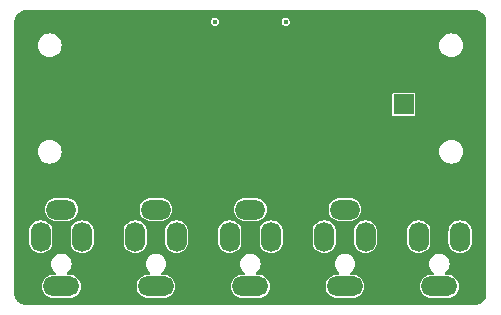
<source format=gbr>
%TF.GenerationSoftware,KiCad,Pcbnew,7.0.10-7.0.10~ubuntu22.04.1*%
%TF.CreationDate,2024-01-02T13:17:28+00:00*%
%TF.ProjectId,JACK_CONN,4a41434b-5f43-44f4-9e4e-2e6b69636164,rev?*%
%TF.SameCoordinates,Original*%
%TF.FileFunction,Copper,L2,Inr*%
%TF.FilePolarity,Positive*%
%FSLAX46Y46*%
G04 Gerber Fmt 4.6, Leading zero omitted, Abs format (unit mm)*
G04 Created by KiCad (PCBNEW 7.0.10-7.0.10~ubuntu22.04.1) date 2024-01-02 13:17:28*
%MOMM*%
%LPD*%
G01*
G04 APERTURE LIST*
G04 Aperture macros list*
%AMRoundRect*
0 Rectangle with rounded corners*
0 $1 Rounding radius*
0 $2 $3 $4 $5 $6 $7 $8 $9 X,Y pos of 4 corners*
0 Add a 4 corners polygon primitive as box body*
4,1,4,$2,$3,$4,$5,$6,$7,$8,$9,$2,$3,0*
0 Add four circle primitives for the rounded corners*
1,1,$1+$1,$2,$3*
1,1,$1+$1,$4,$5*
1,1,$1+$1,$6,$7*
1,1,$1+$1,$8,$9*
0 Add four rect primitives between the rounded corners*
20,1,$1+$1,$2,$3,$4,$5,0*
20,1,$1+$1,$4,$5,$6,$7,0*
20,1,$1+$1,$6,$7,$8,$9,0*
20,1,$1+$1,$8,$9,$2,$3,0*%
G04 Aperture macros list end*
%TA.AperFunction,ComponentPad*%
%ADD10RoundRect,0.800000X0.050000X0.450000X-0.050000X0.450000X-0.050000X-0.450000X0.050000X-0.450000X0*%
%TD*%
%TA.AperFunction,ComponentPad*%
%ADD11RoundRect,0.800000X-0.450000X0.050000X-0.450000X-0.050000X0.450000X-0.050000X0.450000X0.050000X0*%
%TD*%
%TA.AperFunction,ComponentPad*%
%ADD12RoundRect,0.800000X-0.700000X0.050000X-0.700000X-0.050000X0.700000X-0.050000X0.700000X0.050000X0*%
%TD*%
%TA.AperFunction,ComponentPad*%
%ADD13R,1.700000X1.700000*%
%TD*%
%TA.AperFunction,ViaPad*%
%ADD14C,0.400000*%
%TD*%
G04 APERTURE END LIST*
D10*
%TO.N,/in2*%
%TO.C,J9*%
X82250000Y-141200000D03*
D11*
%TO.N,/in1*%
X84000000Y-138900000D03*
D10*
%TO.N,/in2*%
X85750000Y-141200000D03*
D12*
%TO.N,unconnected-(J9-S-Pad6)*%
X84000000Y-145400000D03*
%TD*%
D13*
%TO.N,/GND*%
%TO.C,J14*%
X117000000Y-130000000D03*
%TD*%
D10*
%TO.N,/in8*%
%TO.C,J12*%
X106250000Y-141200000D03*
D11*
%TO.N,/in7*%
X108000000Y-138900000D03*
D10*
%TO.N,/in8*%
X109750000Y-141200000D03*
D12*
%TO.N,unconnected-(J12-S-Pad6)*%
X108000000Y-145400000D03*
%TD*%
D10*
%TO.N,/REF*%
%TO.C,J13*%
X114250000Y-141200000D03*
D11*
%TO.N,/GND*%
X116000000Y-138900000D03*
D10*
%TO.N,/REF*%
X117750000Y-141200000D03*
D12*
%TO.N,unconnected-(J13-S-Pad6)*%
X116000000Y-145400000D03*
%TD*%
D10*
%TO.N,/in4*%
%TO.C,J10*%
X90250000Y-141200000D03*
D11*
%TO.N,/in3*%
X92000000Y-138900000D03*
D10*
%TO.N,/in4*%
X93750000Y-141200000D03*
D12*
%TO.N,unconnected-(J10-S-Pad6)*%
X92000000Y-145400000D03*
%TD*%
D13*
%TO.N,/REF*%
%TO.C,J15*%
X113000000Y-130000000D03*
%TD*%
D10*
%TO.N,/in6*%
%TO.C,J11*%
X98250000Y-141200000D03*
D11*
%TO.N,/in5*%
X100000000Y-138900000D03*
D10*
%TO.N,/in6*%
X101750000Y-141200000D03*
D12*
%TO.N,unconnected-(J11-S-Pad6)*%
X100000000Y-145400000D03*
%TD*%
D14*
%TO.N,/in3*%
X97000000Y-123000000D03*
%TO.N,/in5*%
X103000000Y-123000000D03*
%TD*%
%TA.AperFunction,Conductor*%
%TO.N,/GND*%
G36*
X118979744Y-122010501D02*
G01*
X118994588Y-122010501D01*
X119005395Y-122010973D01*
X119035538Y-122013610D01*
X119161019Y-122024588D01*
X119182297Y-122028339D01*
X119327951Y-122067367D01*
X119348261Y-122074760D01*
X119484915Y-122138483D01*
X119503633Y-122149290D01*
X119627154Y-122235780D01*
X119643712Y-122249674D01*
X119750325Y-122356287D01*
X119764219Y-122372845D01*
X119850709Y-122496366D01*
X119861516Y-122515084D01*
X119925239Y-122651738D01*
X119932632Y-122672049D01*
X119971658Y-122817696D01*
X119975411Y-122838982D01*
X119989027Y-122994604D01*
X119989499Y-123005412D01*
X119989499Y-145994581D01*
X119989027Y-146005387D01*
X119975413Y-146161010D01*
X119971660Y-146182297D01*
X119932635Y-146327945D01*
X119925243Y-146348254D01*
X119887738Y-146428688D01*
X119861521Y-146484911D01*
X119850713Y-146503630D01*
X119764228Y-146627145D01*
X119750335Y-146643703D01*
X119643710Y-146750329D01*
X119627152Y-146764223D01*
X119503642Y-146850706D01*
X119484923Y-146861513D01*
X119348267Y-146925237D01*
X119327957Y-146932630D01*
X119182304Y-146971659D01*
X119161017Y-146975412D01*
X119005479Y-146989021D01*
X118994671Y-146989493D01*
X81005409Y-146989497D01*
X80994602Y-146989025D01*
X80838983Y-146975411D01*
X80817696Y-146971658D01*
X80672049Y-146932632D01*
X80651738Y-146925239D01*
X80515085Y-146861516D01*
X80496367Y-146850709D01*
X80372849Y-146764222D01*
X80356291Y-146750328D01*
X80249671Y-146643708D01*
X80235777Y-146627150D01*
X80149290Y-146503633D01*
X80138483Y-146484915D01*
X80112264Y-146428688D01*
X80074758Y-146348256D01*
X80067370Y-146327959D01*
X80028340Y-146182297D01*
X80024588Y-146161015D01*
X80010973Y-146005395D01*
X80010501Y-145994588D01*
X80010501Y-145982157D01*
X80010500Y-145982147D01*
X80010500Y-145514921D01*
X82372500Y-145514921D01*
X82378872Y-145595890D01*
X82378873Y-145595892D01*
X82429334Y-145784217D01*
X82517848Y-145957935D01*
X82517850Y-145957938D01*
X82517851Y-145957939D01*
X82537463Y-145982157D01*
X82640546Y-146109454D01*
X82792065Y-146232152D01*
X82965783Y-146320666D01*
X83154108Y-146371127D01*
X83235084Y-146377500D01*
X83235092Y-146377500D01*
X84764908Y-146377500D01*
X84764916Y-146377500D01*
X84845892Y-146371127D01*
X85034217Y-146320666D01*
X85207935Y-146232152D01*
X85359454Y-146109454D01*
X85482152Y-145957935D01*
X85570666Y-145784217D01*
X85621127Y-145595892D01*
X85627500Y-145514921D01*
X90372500Y-145514921D01*
X90378872Y-145595890D01*
X90378873Y-145595892D01*
X90429334Y-145784217D01*
X90517848Y-145957935D01*
X90517850Y-145957938D01*
X90517851Y-145957939D01*
X90537463Y-145982157D01*
X90640546Y-146109454D01*
X90792065Y-146232152D01*
X90965783Y-146320666D01*
X91154108Y-146371127D01*
X91235084Y-146377500D01*
X91235092Y-146377500D01*
X92764908Y-146377500D01*
X92764916Y-146377500D01*
X92845892Y-146371127D01*
X93034217Y-146320666D01*
X93207935Y-146232152D01*
X93359454Y-146109454D01*
X93482152Y-145957935D01*
X93570666Y-145784217D01*
X93621127Y-145595892D01*
X93627500Y-145514921D01*
X98372500Y-145514921D01*
X98378872Y-145595890D01*
X98378873Y-145595892D01*
X98429334Y-145784217D01*
X98517848Y-145957935D01*
X98517850Y-145957938D01*
X98517851Y-145957939D01*
X98537463Y-145982157D01*
X98640546Y-146109454D01*
X98792065Y-146232152D01*
X98965783Y-146320666D01*
X99154108Y-146371127D01*
X99235084Y-146377500D01*
X99235092Y-146377500D01*
X100764908Y-146377500D01*
X100764916Y-146377500D01*
X100845892Y-146371127D01*
X101034217Y-146320666D01*
X101207935Y-146232152D01*
X101359454Y-146109454D01*
X101482152Y-145957935D01*
X101570666Y-145784217D01*
X101621127Y-145595892D01*
X101627500Y-145514921D01*
X106372500Y-145514921D01*
X106378872Y-145595890D01*
X106378873Y-145595892D01*
X106429334Y-145784217D01*
X106517848Y-145957935D01*
X106517850Y-145957938D01*
X106517851Y-145957939D01*
X106537463Y-145982157D01*
X106640546Y-146109454D01*
X106792065Y-146232152D01*
X106965783Y-146320666D01*
X107154108Y-146371127D01*
X107235084Y-146377500D01*
X107235092Y-146377500D01*
X108764908Y-146377500D01*
X108764916Y-146377500D01*
X108845892Y-146371127D01*
X109034217Y-146320666D01*
X109207935Y-146232152D01*
X109359454Y-146109454D01*
X109482152Y-145957935D01*
X109570666Y-145784217D01*
X109621127Y-145595892D01*
X109627500Y-145514921D01*
X114372500Y-145514921D01*
X114378872Y-145595890D01*
X114378873Y-145595892D01*
X114429334Y-145784217D01*
X114517848Y-145957935D01*
X114517850Y-145957938D01*
X114517851Y-145957939D01*
X114537463Y-145982157D01*
X114640546Y-146109454D01*
X114792065Y-146232152D01*
X114965783Y-146320666D01*
X115154108Y-146371127D01*
X115235084Y-146377500D01*
X115235092Y-146377500D01*
X116764908Y-146377500D01*
X116764916Y-146377500D01*
X116845892Y-146371127D01*
X117034217Y-146320666D01*
X117207935Y-146232152D01*
X117359454Y-146109454D01*
X117482152Y-145957935D01*
X117570666Y-145784217D01*
X117621127Y-145595892D01*
X117627500Y-145514916D01*
X117627500Y-145285084D01*
X117621127Y-145204108D01*
X117570666Y-145015783D01*
X117482152Y-144842065D01*
X117359454Y-144690546D01*
X117207935Y-144567848D01*
X117034217Y-144479334D01*
X117034214Y-144479333D01*
X116845890Y-144428872D01*
X116764921Y-144422500D01*
X116764916Y-144422500D01*
X116575891Y-144422500D01*
X116508852Y-144402815D01*
X116463097Y-144350011D01*
X116453153Y-144280853D01*
X116482178Y-144217297D01*
X116503006Y-144198182D01*
X116511315Y-144192144D01*
X116578959Y-144142999D01*
X116656666Y-144056695D01*
X116699990Y-144008580D01*
X116699995Y-144008573D01*
X116708729Y-143993446D01*
X116790436Y-143851925D01*
X116846332Y-143679894D01*
X116865240Y-143500000D01*
X116846332Y-143320106D01*
X116790436Y-143148075D01*
X116699994Y-142991425D01*
X116699990Y-142991419D01*
X116578959Y-142857001D01*
X116578957Y-142856999D01*
X116432621Y-142750680D01*
X116432620Y-142750679D01*
X116308901Y-142695597D01*
X116267374Y-142677108D01*
X116267372Y-142677107D01*
X116138200Y-142649651D01*
X116090442Y-142639500D01*
X115909558Y-142639500D01*
X115861799Y-142649651D01*
X115732628Y-142677107D01*
X115567379Y-142750679D01*
X115567378Y-142750680D01*
X115421042Y-142856999D01*
X115421040Y-142857001D01*
X115300009Y-142991419D01*
X115300004Y-142991426D01*
X115209564Y-143148074D01*
X115209561Y-143148080D01*
X115153669Y-143320101D01*
X115153668Y-143320103D01*
X115134760Y-143500000D01*
X115153668Y-143679896D01*
X115153669Y-143679898D01*
X115209561Y-143851919D01*
X115209564Y-143851925D01*
X115300004Y-144008573D01*
X115300009Y-144008580D01*
X115403817Y-144123870D01*
X115421041Y-144142999D01*
X115482012Y-144187297D01*
X115496994Y-144198182D01*
X115539660Y-144253512D01*
X115545639Y-144323125D01*
X115513034Y-144384920D01*
X115452195Y-144419277D01*
X115424109Y-144422500D01*
X115235078Y-144422500D01*
X115154109Y-144428872D01*
X114965785Y-144479333D01*
X114965783Y-144479334D01*
X114792065Y-144567848D01*
X114792063Y-144567849D01*
X114792060Y-144567851D01*
X114640546Y-144690546D01*
X114517851Y-144842060D01*
X114429335Y-145015781D01*
X114429333Y-145015785D01*
X114378872Y-145204109D01*
X114372500Y-145285078D01*
X114372500Y-145514921D01*
X109627500Y-145514921D01*
X109627500Y-145514916D01*
X109627500Y-145285084D01*
X109621127Y-145204108D01*
X109570666Y-145015783D01*
X109482152Y-144842065D01*
X109359454Y-144690546D01*
X109207935Y-144567848D01*
X109034217Y-144479334D01*
X109034214Y-144479333D01*
X108845890Y-144428872D01*
X108764921Y-144422500D01*
X108764916Y-144422500D01*
X108575891Y-144422500D01*
X108508852Y-144402815D01*
X108463097Y-144350011D01*
X108453153Y-144280853D01*
X108482178Y-144217297D01*
X108503006Y-144198182D01*
X108511315Y-144192144D01*
X108578959Y-144142999D01*
X108656666Y-144056695D01*
X108699990Y-144008580D01*
X108699995Y-144008573D01*
X108708729Y-143993446D01*
X108790436Y-143851925D01*
X108846332Y-143679894D01*
X108865240Y-143500000D01*
X108846332Y-143320106D01*
X108790436Y-143148075D01*
X108699994Y-142991425D01*
X108699990Y-142991419D01*
X108578959Y-142857001D01*
X108578957Y-142856999D01*
X108432621Y-142750680D01*
X108432620Y-142750679D01*
X108308901Y-142695597D01*
X108267374Y-142677108D01*
X108267372Y-142677107D01*
X108138200Y-142649651D01*
X108090442Y-142639500D01*
X107909558Y-142639500D01*
X107861799Y-142649651D01*
X107732628Y-142677107D01*
X107567379Y-142750679D01*
X107567378Y-142750680D01*
X107421042Y-142856999D01*
X107421040Y-142857001D01*
X107300009Y-142991419D01*
X107300004Y-142991426D01*
X107209564Y-143148074D01*
X107209561Y-143148080D01*
X107153669Y-143320101D01*
X107153668Y-143320103D01*
X107134760Y-143500000D01*
X107153668Y-143679896D01*
X107153669Y-143679898D01*
X107209561Y-143851919D01*
X107209564Y-143851925D01*
X107300004Y-144008573D01*
X107300009Y-144008580D01*
X107403817Y-144123870D01*
X107421041Y-144142999D01*
X107482012Y-144187297D01*
X107496994Y-144198182D01*
X107539660Y-144253512D01*
X107545639Y-144323125D01*
X107513034Y-144384920D01*
X107452195Y-144419277D01*
X107424109Y-144422500D01*
X107235078Y-144422500D01*
X107154109Y-144428872D01*
X106965785Y-144479333D01*
X106965783Y-144479334D01*
X106792065Y-144567848D01*
X106792063Y-144567849D01*
X106792060Y-144567851D01*
X106640546Y-144690546D01*
X106517851Y-144842060D01*
X106429335Y-145015781D01*
X106429333Y-145015785D01*
X106378872Y-145204109D01*
X106372500Y-145285078D01*
X106372500Y-145514921D01*
X101627500Y-145514921D01*
X101627500Y-145514916D01*
X101627500Y-145285084D01*
X101621127Y-145204108D01*
X101570666Y-145015783D01*
X101482152Y-144842065D01*
X101359454Y-144690546D01*
X101207935Y-144567848D01*
X101034217Y-144479334D01*
X101034214Y-144479333D01*
X100845890Y-144428872D01*
X100764921Y-144422500D01*
X100764916Y-144422500D01*
X100575891Y-144422500D01*
X100508852Y-144402815D01*
X100463097Y-144350011D01*
X100453153Y-144280853D01*
X100482178Y-144217297D01*
X100503006Y-144198182D01*
X100511315Y-144192144D01*
X100578959Y-144142999D01*
X100656666Y-144056695D01*
X100699990Y-144008580D01*
X100699995Y-144008573D01*
X100708729Y-143993446D01*
X100790436Y-143851925D01*
X100846332Y-143679894D01*
X100865240Y-143500000D01*
X100846332Y-143320106D01*
X100790436Y-143148075D01*
X100699994Y-142991425D01*
X100699990Y-142991419D01*
X100578959Y-142857001D01*
X100578957Y-142856999D01*
X100432621Y-142750680D01*
X100432620Y-142750679D01*
X100308901Y-142695597D01*
X100267374Y-142677108D01*
X100267372Y-142677107D01*
X100138200Y-142649651D01*
X100090442Y-142639500D01*
X99909558Y-142639500D01*
X99861799Y-142649651D01*
X99732628Y-142677107D01*
X99567379Y-142750679D01*
X99567378Y-142750680D01*
X99421042Y-142856999D01*
X99421040Y-142857001D01*
X99300009Y-142991419D01*
X99300004Y-142991426D01*
X99209564Y-143148074D01*
X99209561Y-143148080D01*
X99153669Y-143320101D01*
X99153668Y-143320103D01*
X99134760Y-143500000D01*
X99153668Y-143679896D01*
X99153669Y-143679898D01*
X99209561Y-143851919D01*
X99209564Y-143851925D01*
X99300004Y-144008573D01*
X99300009Y-144008580D01*
X99403817Y-144123870D01*
X99421041Y-144142999D01*
X99482012Y-144187297D01*
X99496994Y-144198182D01*
X99539660Y-144253512D01*
X99545639Y-144323125D01*
X99513034Y-144384920D01*
X99452195Y-144419277D01*
X99424109Y-144422500D01*
X99235078Y-144422500D01*
X99154109Y-144428872D01*
X98965785Y-144479333D01*
X98965783Y-144479334D01*
X98792065Y-144567848D01*
X98792063Y-144567849D01*
X98792060Y-144567851D01*
X98640546Y-144690546D01*
X98517851Y-144842060D01*
X98429335Y-145015781D01*
X98429333Y-145015785D01*
X98378872Y-145204109D01*
X98372500Y-145285078D01*
X98372500Y-145514921D01*
X93627500Y-145514921D01*
X93627500Y-145514916D01*
X93627500Y-145285084D01*
X93621127Y-145204108D01*
X93570666Y-145015783D01*
X93482152Y-144842065D01*
X93359454Y-144690546D01*
X93207935Y-144567848D01*
X93034217Y-144479334D01*
X93034214Y-144479333D01*
X92845890Y-144428872D01*
X92764921Y-144422500D01*
X92764916Y-144422500D01*
X92575891Y-144422500D01*
X92508852Y-144402815D01*
X92463097Y-144350011D01*
X92453153Y-144280853D01*
X92482178Y-144217297D01*
X92503006Y-144198182D01*
X92511315Y-144192144D01*
X92578959Y-144142999D01*
X92656666Y-144056695D01*
X92699990Y-144008580D01*
X92699995Y-144008573D01*
X92708729Y-143993446D01*
X92790436Y-143851925D01*
X92846332Y-143679894D01*
X92865240Y-143500000D01*
X92846332Y-143320106D01*
X92790436Y-143148075D01*
X92699994Y-142991425D01*
X92699990Y-142991419D01*
X92578959Y-142857001D01*
X92578957Y-142856999D01*
X92432621Y-142750680D01*
X92432620Y-142750679D01*
X92308901Y-142695597D01*
X92267374Y-142677108D01*
X92267372Y-142677107D01*
X92138200Y-142649651D01*
X92090442Y-142639500D01*
X91909558Y-142639500D01*
X91861799Y-142649651D01*
X91732628Y-142677107D01*
X91567379Y-142750679D01*
X91567378Y-142750680D01*
X91421042Y-142856999D01*
X91421040Y-142857001D01*
X91300009Y-142991419D01*
X91300004Y-142991426D01*
X91209564Y-143148074D01*
X91209561Y-143148080D01*
X91153669Y-143320101D01*
X91153668Y-143320103D01*
X91134760Y-143500000D01*
X91153668Y-143679896D01*
X91153669Y-143679898D01*
X91209561Y-143851919D01*
X91209564Y-143851925D01*
X91300004Y-144008573D01*
X91300009Y-144008580D01*
X91403817Y-144123870D01*
X91421041Y-144142999D01*
X91482012Y-144187297D01*
X91496994Y-144198182D01*
X91539660Y-144253512D01*
X91545639Y-144323125D01*
X91513034Y-144384920D01*
X91452195Y-144419277D01*
X91424109Y-144422500D01*
X91235078Y-144422500D01*
X91154109Y-144428872D01*
X90965785Y-144479333D01*
X90965783Y-144479334D01*
X90792065Y-144567848D01*
X90792063Y-144567849D01*
X90792060Y-144567851D01*
X90640546Y-144690546D01*
X90517851Y-144842060D01*
X90429335Y-145015781D01*
X90429333Y-145015785D01*
X90378872Y-145204109D01*
X90372500Y-145285078D01*
X90372500Y-145514921D01*
X85627500Y-145514921D01*
X85627500Y-145514916D01*
X85627500Y-145285084D01*
X85621127Y-145204108D01*
X85570666Y-145015783D01*
X85482152Y-144842065D01*
X85359454Y-144690546D01*
X85207935Y-144567848D01*
X85034217Y-144479334D01*
X85034214Y-144479333D01*
X84845890Y-144428872D01*
X84764921Y-144422500D01*
X84764916Y-144422500D01*
X84575891Y-144422500D01*
X84508852Y-144402815D01*
X84463097Y-144350011D01*
X84453153Y-144280853D01*
X84482178Y-144217297D01*
X84503006Y-144198182D01*
X84511315Y-144192144D01*
X84578959Y-144142999D01*
X84656666Y-144056695D01*
X84699990Y-144008580D01*
X84699995Y-144008573D01*
X84708729Y-143993446D01*
X84790436Y-143851925D01*
X84846332Y-143679894D01*
X84865240Y-143500000D01*
X84846332Y-143320106D01*
X84790436Y-143148075D01*
X84699994Y-142991425D01*
X84699990Y-142991419D01*
X84578959Y-142857001D01*
X84578957Y-142856999D01*
X84432621Y-142750680D01*
X84432620Y-142750679D01*
X84308901Y-142695597D01*
X84267374Y-142677108D01*
X84267372Y-142677107D01*
X84138200Y-142649651D01*
X84090442Y-142639500D01*
X83909558Y-142639500D01*
X83861799Y-142649651D01*
X83732628Y-142677107D01*
X83567379Y-142750679D01*
X83567378Y-142750680D01*
X83421042Y-142856999D01*
X83421040Y-142857001D01*
X83300009Y-142991419D01*
X83300004Y-142991426D01*
X83209564Y-143148074D01*
X83209561Y-143148080D01*
X83153669Y-143320101D01*
X83153668Y-143320103D01*
X83134760Y-143500000D01*
X83153668Y-143679896D01*
X83153669Y-143679898D01*
X83209561Y-143851919D01*
X83209564Y-143851925D01*
X83300004Y-144008573D01*
X83300009Y-144008580D01*
X83403817Y-144123870D01*
X83421041Y-144142999D01*
X83482012Y-144187297D01*
X83496994Y-144198182D01*
X83539660Y-144253512D01*
X83545639Y-144323125D01*
X83513034Y-144384920D01*
X83452195Y-144419277D01*
X83424109Y-144422500D01*
X83235078Y-144422500D01*
X83154109Y-144428872D01*
X82965785Y-144479333D01*
X82965783Y-144479334D01*
X82792065Y-144567848D01*
X82792063Y-144567849D01*
X82792060Y-144567851D01*
X82640546Y-144690546D01*
X82517851Y-144842060D01*
X82429335Y-145015781D01*
X82429333Y-145015785D01*
X82378872Y-145204109D01*
X82372500Y-145285078D01*
X82372500Y-145514921D01*
X80010500Y-145514921D01*
X80010500Y-141714921D01*
X81272500Y-141714921D01*
X81278872Y-141795890D01*
X81278873Y-141795892D01*
X81329334Y-141984217D01*
X81417848Y-142157935D01*
X81540546Y-142309454D01*
X81692065Y-142432152D01*
X81865783Y-142520666D01*
X82054108Y-142571127D01*
X82135084Y-142577500D01*
X82135092Y-142577500D01*
X82364908Y-142577500D01*
X82364916Y-142577500D01*
X82445892Y-142571127D01*
X82634217Y-142520666D01*
X82807935Y-142432152D01*
X82959454Y-142309454D01*
X83082152Y-142157935D01*
X83170666Y-141984217D01*
X83221127Y-141795892D01*
X83227500Y-141714921D01*
X84772500Y-141714921D01*
X84778872Y-141795890D01*
X84778873Y-141795892D01*
X84829334Y-141984217D01*
X84917848Y-142157935D01*
X85040546Y-142309454D01*
X85192065Y-142432152D01*
X85365783Y-142520666D01*
X85554108Y-142571127D01*
X85635084Y-142577500D01*
X85635092Y-142577500D01*
X85864908Y-142577500D01*
X85864916Y-142577500D01*
X85945892Y-142571127D01*
X86134217Y-142520666D01*
X86307935Y-142432152D01*
X86459454Y-142309454D01*
X86582152Y-142157935D01*
X86670666Y-141984217D01*
X86721127Y-141795892D01*
X86727500Y-141714921D01*
X89272500Y-141714921D01*
X89278872Y-141795890D01*
X89278873Y-141795892D01*
X89329334Y-141984217D01*
X89417848Y-142157935D01*
X89540546Y-142309454D01*
X89692065Y-142432152D01*
X89865783Y-142520666D01*
X90054108Y-142571127D01*
X90135084Y-142577500D01*
X90135092Y-142577500D01*
X90364908Y-142577500D01*
X90364916Y-142577500D01*
X90445892Y-142571127D01*
X90634217Y-142520666D01*
X90807935Y-142432152D01*
X90959454Y-142309454D01*
X91082152Y-142157935D01*
X91170666Y-141984217D01*
X91221127Y-141795892D01*
X91227500Y-141714921D01*
X92772500Y-141714921D01*
X92778872Y-141795890D01*
X92778873Y-141795892D01*
X92829334Y-141984217D01*
X92917848Y-142157935D01*
X93040546Y-142309454D01*
X93192065Y-142432152D01*
X93365783Y-142520666D01*
X93554108Y-142571127D01*
X93635084Y-142577500D01*
X93635092Y-142577500D01*
X93864908Y-142577500D01*
X93864916Y-142577500D01*
X93945892Y-142571127D01*
X94134217Y-142520666D01*
X94307935Y-142432152D01*
X94459454Y-142309454D01*
X94582152Y-142157935D01*
X94670666Y-141984217D01*
X94721127Y-141795892D01*
X94727500Y-141714921D01*
X97272500Y-141714921D01*
X97278872Y-141795890D01*
X97278873Y-141795892D01*
X97329334Y-141984217D01*
X97417848Y-142157935D01*
X97540546Y-142309454D01*
X97692065Y-142432152D01*
X97865783Y-142520666D01*
X98054108Y-142571127D01*
X98135084Y-142577500D01*
X98135092Y-142577500D01*
X98364908Y-142577500D01*
X98364916Y-142577500D01*
X98445892Y-142571127D01*
X98634217Y-142520666D01*
X98807935Y-142432152D01*
X98959454Y-142309454D01*
X99082152Y-142157935D01*
X99170666Y-141984217D01*
X99221127Y-141795892D01*
X99227500Y-141714921D01*
X100772500Y-141714921D01*
X100778872Y-141795890D01*
X100778873Y-141795892D01*
X100829334Y-141984217D01*
X100917848Y-142157935D01*
X101040546Y-142309454D01*
X101192065Y-142432152D01*
X101365783Y-142520666D01*
X101554108Y-142571127D01*
X101635084Y-142577500D01*
X101635092Y-142577500D01*
X101864908Y-142577500D01*
X101864916Y-142577500D01*
X101945892Y-142571127D01*
X102134217Y-142520666D01*
X102307935Y-142432152D01*
X102459454Y-142309454D01*
X102582152Y-142157935D01*
X102670666Y-141984217D01*
X102721127Y-141795892D01*
X102727500Y-141714921D01*
X105272500Y-141714921D01*
X105278872Y-141795890D01*
X105278873Y-141795892D01*
X105329334Y-141984217D01*
X105417848Y-142157935D01*
X105540546Y-142309454D01*
X105692065Y-142432152D01*
X105865783Y-142520666D01*
X106054108Y-142571127D01*
X106135084Y-142577500D01*
X106135092Y-142577500D01*
X106364908Y-142577500D01*
X106364916Y-142577500D01*
X106445892Y-142571127D01*
X106634217Y-142520666D01*
X106807935Y-142432152D01*
X106959454Y-142309454D01*
X107082152Y-142157935D01*
X107170666Y-141984217D01*
X107221127Y-141795892D01*
X107227500Y-141714921D01*
X108772500Y-141714921D01*
X108778872Y-141795890D01*
X108778873Y-141795892D01*
X108829334Y-141984217D01*
X108917848Y-142157935D01*
X109040546Y-142309454D01*
X109192065Y-142432152D01*
X109365783Y-142520666D01*
X109554108Y-142571127D01*
X109635084Y-142577500D01*
X109635092Y-142577500D01*
X109864908Y-142577500D01*
X109864916Y-142577500D01*
X109945892Y-142571127D01*
X110134217Y-142520666D01*
X110307935Y-142432152D01*
X110459454Y-142309454D01*
X110582152Y-142157935D01*
X110670666Y-141984217D01*
X110721127Y-141795892D01*
X110727500Y-141714921D01*
X113272500Y-141714921D01*
X113278872Y-141795890D01*
X113278873Y-141795892D01*
X113329334Y-141984217D01*
X113417848Y-142157935D01*
X113540546Y-142309454D01*
X113692065Y-142432152D01*
X113865783Y-142520666D01*
X114054108Y-142571127D01*
X114135084Y-142577500D01*
X114135092Y-142577500D01*
X114364908Y-142577500D01*
X114364916Y-142577500D01*
X114445892Y-142571127D01*
X114634217Y-142520666D01*
X114807935Y-142432152D01*
X114959454Y-142309454D01*
X115082152Y-142157935D01*
X115170666Y-141984217D01*
X115221127Y-141795892D01*
X115227500Y-141714921D01*
X116772500Y-141714921D01*
X116778872Y-141795890D01*
X116778873Y-141795892D01*
X116829334Y-141984217D01*
X116917848Y-142157935D01*
X117040546Y-142309454D01*
X117192065Y-142432152D01*
X117365783Y-142520666D01*
X117554108Y-142571127D01*
X117635084Y-142577500D01*
X117635092Y-142577500D01*
X117864908Y-142577500D01*
X117864916Y-142577500D01*
X117945892Y-142571127D01*
X118134217Y-142520666D01*
X118307935Y-142432152D01*
X118459454Y-142309454D01*
X118582152Y-142157935D01*
X118670666Y-141984217D01*
X118721127Y-141795892D01*
X118727500Y-141714916D01*
X118727500Y-140685084D01*
X118721127Y-140604108D01*
X118670666Y-140415783D01*
X118582152Y-140242065D01*
X118459454Y-140090546D01*
X118307935Y-139967848D01*
X118134217Y-139879334D01*
X118134214Y-139879333D01*
X117945890Y-139828872D01*
X117864921Y-139822500D01*
X117864916Y-139822500D01*
X117635084Y-139822500D01*
X117635078Y-139822500D01*
X117554109Y-139828872D01*
X117365785Y-139879333D01*
X117365783Y-139879334D01*
X117192065Y-139967848D01*
X117192063Y-139967849D01*
X117192060Y-139967851D01*
X117040546Y-140090546D01*
X116917851Y-140242060D01*
X116829335Y-140415781D01*
X116829333Y-140415785D01*
X116778872Y-140604109D01*
X116772500Y-140685078D01*
X116772500Y-141714921D01*
X115227500Y-141714921D01*
X115227500Y-141714916D01*
X115227500Y-140685084D01*
X115221127Y-140604108D01*
X115170666Y-140415783D01*
X115082152Y-140242065D01*
X114959454Y-140090546D01*
X114807935Y-139967848D01*
X114634217Y-139879334D01*
X114634214Y-139879333D01*
X114445890Y-139828872D01*
X114364921Y-139822500D01*
X114364916Y-139822500D01*
X114135084Y-139822500D01*
X114135078Y-139822500D01*
X114054109Y-139828872D01*
X113865785Y-139879333D01*
X113865783Y-139879334D01*
X113692065Y-139967848D01*
X113692063Y-139967849D01*
X113692060Y-139967851D01*
X113540546Y-140090546D01*
X113417851Y-140242060D01*
X113329335Y-140415781D01*
X113329333Y-140415785D01*
X113278872Y-140604109D01*
X113272500Y-140685078D01*
X113272500Y-141714921D01*
X110727500Y-141714921D01*
X110727500Y-141714916D01*
X110727500Y-140685084D01*
X110721127Y-140604108D01*
X110670666Y-140415783D01*
X110582152Y-140242065D01*
X110459454Y-140090546D01*
X110307935Y-139967848D01*
X110134217Y-139879334D01*
X110134214Y-139879333D01*
X109945890Y-139828872D01*
X109864921Y-139822500D01*
X109864916Y-139822500D01*
X109635084Y-139822500D01*
X109635078Y-139822500D01*
X109554109Y-139828872D01*
X109365785Y-139879333D01*
X109365783Y-139879334D01*
X109192065Y-139967848D01*
X109192063Y-139967849D01*
X109192060Y-139967851D01*
X109040546Y-140090546D01*
X108917851Y-140242060D01*
X108829335Y-140415781D01*
X108829333Y-140415785D01*
X108778872Y-140604109D01*
X108772500Y-140685078D01*
X108772500Y-141714921D01*
X107227500Y-141714921D01*
X107227500Y-141714916D01*
X107227500Y-140685084D01*
X107221127Y-140604108D01*
X107170666Y-140415783D01*
X107082152Y-140242065D01*
X106959454Y-140090546D01*
X106807935Y-139967848D01*
X106634217Y-139879334D01*
X106634214Y-139879333D01*
X106445890Y-139828872D01*
X106364921Y-139822500D01*
X106364916Y-139822500D01*
X106135084Y-139822500D01*
X106135078Y-139822500D01*
X106054109Y-139828872D01*
X105865785Y-139879333D01*
X105865783Y-139879334D01*
X105692065Y-139967848D01*
X105692063Y-139967849D01*
X105692060Y-139967851D01*
X105540546Y-140090546D01*
X105417851Y-140242060D01*
X105329335Y-140415781D01*
X105329333Y-140415785D01*
X105278872Y-140604109D01*
X105272500Y-140685078D01*
X105272500Y-141714921D01*
X102727500Y-141714921D01*
X102727500Y-141714916D01*
X102727500Y-140685084D01*
X102721127Y-140604108D01*
X102670666Y-140415783D01*
X102582152Y-140242065D01*
X102459454Y-140090546D01*
X102307935Y-139967848D01*
X102134217Y-139879334D01*
X102134214Y-139879333D01*
X101945890Y-139828872D01*
X101864921Y-139822500D01*
X101864916Y-139822500D01*
X101635084Y-139822500D01*
X101635078Y-139822500D01*
X101554109Y-139828872D01*
X101365785Y-139879333D01*
X101365783Y-139879334D01*
X101192065Y-139967848D01*
X101192063Y-139967849D01*
X101192060Y-139967851D01*
X101040546Y-140090546D01*
X100917851Y-140242060D01*
X100829335Y-140415781D01*
X100829333Y-140415785D01*
X100778872Y-140604109D01*
X100772500Y-140685078D01*
X100772500Y-141714921D01*
X99227500Y-141714921D01*
X99227500Y-141714916D01*
X99227500Y-140685084D01*
X99221127Y-140604108D01*
X99170666Y-140415783D01*
X99082152Y-140242065D01*
X98959454Y-140090546D01*
X98807935Y-139967848D01*
X98634217Y-139879334D01*
X98634214Y-139879333D01*
X98445890Y-139828872D01*
X98364921Y-139822500D01*
X98364916Y-139822500D01*
X98135084Y-139822500D01*
X98135078Y-139822500D01*
X98054109Y-139828872D01*
X97865785Y-139879333D01*
X97865783Y-139879334D01*
X97692065Y-139967848D01*
X97692063Y-139967849D01*
X97692060Y-139967851D01*
X97540546Y-140090546D01*
X97417851Y-140242060D01*
X97329335Y-140415781D01*
X97329333Y-140415785D01*
X97278872Y-140604109D01*
X97272500Y-140685078D01*
X97272500Y-141714921D01*
X94727500Y-141714921D01*
X94727500Y-141714916D01*
X94727500Y-140685084D01*
X94721127Y-140604108D01*
X94670666Y-140415783D01*
X94582152Y-140242065D01*
X94459454Y-140090546D01*
X94307935Y-139967848D01*
X94134217Y-139879334D01*
X94134214Y-139879333D01*
X93945890Y-139828872D01*
X93864921Y-139822500D01*
X93864916Y-139822500D01*
X93635084Y-139822500D01*
X93635078Y-139822500D01*
X93554109Y-139828872D01*
X93365785Y-139879333D01*
X93365783Y-139879334D01*
X93192065Y-139967848D01*
X93192063Y-139967849D01*
X93192060Y-139967851D01*
X93040546Y-140090546D01*
X92917851Y-140242060D01*
X92829335Y-140415781D01*
X92829333Y-140415785D01*
X92778872Y-140604109D01*
X92772500Y-140685078D01*
X92772500Y-141714921D01*
X91227500Y-141714921D01*
X91227500Y-141714916D01*
X91227500Y-140685084D01*
X91221127Y-140604108D01*
X91170666Y-140415783D01*
X91082152Y-140242065D01*
X90959454Y-140090546D01*
X90807935Y-139967848D01*
X90634217Y-139879334D01*
X90634214Y-139879333D01*
X90445890Y-139828872D01*
X90364921Y-139822500D01*
X90364916Y-139822500D01*
X90135084Y-139822500D01*
X90135078Y-139822500D01*
X90054109Y-139828872D01*
X89865785Y-139879333D01*
X89865783Y-139879334D01*
X89692065Y-139967848D01*
X89692063Y-139967849D01*
X89692060Y-139967851D01*
X89540546Y-140090546D01*
X89417851Y-140242060D01*
X89329335Y-140415781D01*
X89329333Y-140415785D01*
X89278872Y-140604109D01*
X89272500Y-140685078D01*
X89272500Y-141714921D01*
X86727500Y-141714921D01*
X86727500Y-141714916D01*
X86727500Y-140685084D01*
X86721127Y-140604108D01*
X86670666Y-140415783D01*
X86582152Y-140242065D01*
X86459454Y-140090546D01*
X86307935Y-139967848D01*
X86134217Y-139879334D01*
X86134214Y-139879333D01*
X85945890Y-139828872D01*
X85864921Y-139822500D01*
X85864916Y-139822500D01*
X85635084Y-139822500D01*
X85635078Y-139822500D01*
X85554109Y-139828872D01*
X85365785Y-139879333D01*
X85365783Y-139879334D01*
X85192065Y-139967848D01*
X85192063Y-139967849D01*
X85192060Y-139967851D01*
X85040546Y-140090546D01*
X84917851Y-140242060D01*
X84829335Y-140415781D01*
X84829333Y-140415785D01*
X84778872Y-140604109D01*
X84772500Y-140685078D01*
X84772500Y-141714921D01*
X83227500Y-141714921D01*
X83227500Y-141714916D01*
X83227500Y-140685084D01*
X83221127Y-140604108D01*
X83170666Y-140415783D01*
X83082152Y-140242065D01*
X82959454Y-140090546D01*
X82807935Y-139967848D01*
X82634217Y-139879334D01*
X82634214Y-139879333D01*
X82445890Y-139828872D01*
X82364921Y-139822500D01*
X82364916Y-139822500D01*
X82135084Y-139822500D01*
X82135078Y-139822500D01*
X82054109Y-139828872D01*
X81865785Y-139879333D01*
X81865783Y-139879334D01*
X81692065Y-139967848D01*
X81692063Y-139967849D01*
X81692060Y-139967851D01*
X81540546Y-140090546D01*
X81417851Y-140242060D01*
X81329335Y-140415781D01*
X81329333Y-140415785D01*
X81278872Y-140604109D01*
X81272500Y-140685078D01*
X81272500Y-141714921D01*
X80010500Y-141714921D01*
X80010500Y-139014921D01*
X82622500Y-139014921D01*
X82628872Y-139095890D01*
X82628873Y-139095892D01*
X82679334Y-139284217D01*
X82767848Y-139457935D01*
X82890546Y-139609454D01*
X83042065Y-139732152D01*
X83215783Y-139820666D01*
X83404108Y-139871127D01*
X83485084Y-139877500D01*
X83485092Y-139877500D01*
X84514908Y-139877500D01*
X84514916Y-139877500D01*
X84595892Y-139871127D01*
X84784217Y-139820666D01*
X84957935Y-139732152D01*
X85109454Y-139609454D01*
X85232152Y-139457935D01*
X85320666Y-139284217D01*
X85371127Y-139095892D01*
X85377500Y-139014921D01*
X90622500Y-139014921D01*
X90628872Y-139095890D01*
X90628873Y-139095892D01*
X90679334Y-139284217D01*
X90767848Y-139457935D01*
X90890546Y-139609454D01*
X91042065Y-139732152D01*
X91215783Y-139820666D01*
X91404108Y-139871127D01*
X91485084Y-139877500D01*
X91485092Y-139877500D01*
X92514908Y-139877500D01*
X92514916Y-139877500D01*
X92595892Y-139871127D01*
X92784217Y-139820666D01*
X92957935Y-139732152D01*
X93109454Y-139609454D01*
X93232152Y-139457935D01*
X93320666Y-139284217D01*
X93371127Y-139095892D01*
X93377500Y-139014921D01*
X98622500Y-139014921D01*
X98628872Y-139095890D01*
X98628873Y-139095892D01*
X98679334Y-139284217D01*
X98767848Y-139457935D01*
X98890546Y-139609454D01*
X99042065Y-139732152D01*
X99215783Y-139820666D01*
X99404108Y-139871127D01*
X99485084Y-139877500D01*
X99485092Y-139877500D01*
X100514908Y-139877500D01*
X100514916Y-139877500D01*
X100595892Y-139871127D01*
X100784217Y-139820666D01*
X100957935Y-139732152D01*
X101109454Y-139609454D01*
X101232152Y-139457935D01*
X101320666Y-139284217D01*
X101371127Y-139095892D01*
X101377500Y-139014921D01*
X106622500Y-139014921D01*
X106628872Y-139095890D01*
X106628873Y-139095892D01*
X106679334Y-139284217D01*
X106767848Y-139457935D01*
X106890546Y-139609454D01*
X107042065Y-139732152D01*
X107215783Y-139820666D01*
X107404108Y-139871127D01*
X107485084Y-139877500D01*
X107485092Y-139877500D01*
X108514908Y-139877500D01*
X108514916Y-139877500D01*
X108595892Y-139871127D01*
X108784217Y-139820666D01*
X108957935Y-139732152D01*
X109109454Y-139609454D01*
X109232152Y-139457935D01*
X109320666Y-139284217D01*
X109371127Y-139095892D01*
X109377500Y-139014916D01*
X109377500Y-138785084D01*
X109371127Y-138704108D01*
X109320666Y-138515783D01*
X109232152Y-138342065D01*
X109109454Y-138190546D01*
X108957935Y-138067848D01*
X108784217Y-137979334D01*
X108784214Y-137979333D01*
X108595890Y-137928872D01*
X108514921Y-137922500D01*
X108514916Y-137922500D01*
X107485084Y-137922500D01*
X107485078Y-137922500D01*
X107404109Y-137928872D01*
X107215785Y-137979333D01*
X107215783Y-137979334D01*
X107042065Y-138067848D01*
X107042063Y-138067849D01*
X107042060Y-138067851D01*
X106890546Y-138190546D01*
X106767851Y-138342060D01*
X106679335Y-138515781D01*
X106679333Y-138515785D01*
X106628872Y-138704109D01*
X106622500Y-138785078D01*
X106622500Y-139014921D01*
X101377500Y-139014921D01*
X101377500Y-139014916D01*
X101377500Y-138785084D01*
X101371127Y-138704108D01*
X101320666Y-138515783D01*
X101232152Y-138342065D01*
X101109454Y-138190546D01*
X100957935Y-138067848D01*
X100784217Y-137979334D01*
X100784214Y-137979333D01*
X100595890Y-137928872D01*
X100514921Y-137922500D01*
X100514916Y-137922500D01*
X99485084Y-137922500D01*
X99485078Y-137922500D01*
X99404109Y-137928872D01*
X99215785Y-137979333D01*
X99215783Y-137979334D01*
X99042065Y-138067848D01*
X99042063Y-138067849D01*
X99042060Y-138067851D01*
X98890546Y-138190546D01*
X98767851Y-138342060D01*
X98679335Y-138515781D01*
X98679333Y-138515785D01*
X98628872Y-138704109D01*
X98622500Y-138785078D01*
X98622500Y-139014921D01*
X93377500Y-139014921D01*
X93377500Y-139014916D01*
X93377500Y-138785084D01*
X93371127Y-138704108D01*
X93320666Y-138515783D01*
X93232152Y-138342065D01*
X93109454Y-138190546D01*
X92957935Y-138067848D01*
X92784217Y-137979334D01*
X92784214Y-137979333D01*
X92595890Y-137928872D01*
X92514921Y-137922500D01*
X92514916Y-137922500D01*
X91485084Y-137922500D01*
X91485078Y-137922500D01*
X91404109Y-137928872D01*
X91215785Y-137979333D01*
X91215783Y-137979334D01*
X91042065Y-138067848D01*
X91042063Y-138067849D01*
X91042060Y-138067851D01*
X90890546Y-138190546D01*
X90767851Y-138342060D01*
X90679335Y-138515781D01*
X90679333Y-138515785D01*
X90628872Y-138704109D01*
X90622500Y-138785078D01*
X90622500Y-139014921D01*
X85377500Y-139014921D01*
X85377500Y-139014916D01*
X85377500Y-138785084D01*
X85371127Y-138704108D01*
X85320666Y-138515783D01*
X85232152Y-138342065D01*
X85109454Y-138190546D01*
X84957935Y-138067848D01*
X84784217Y-137979334D01*
X84784214Y-137979333D01*
X84595890Y-137928872D01*
X84514921Y-137922500D01*
X84514916Y-137922500D01*
X83485084Y-137922500D01*
X83485078Y-137922500D01*
X83404109Y-137928872D01*
X83215785Y-137979333D01*
X83215783Y-137979334D01*
X83042065Y-138067848D01*
X83042063Y-138067849D01*
X83042060Y-138067851D01*
X82890546Y-138190546D01*
X82767851Y-138342060D01*
X82679335Y-138515781D01*
X82679333Y-138515785D01*
X82628872Y-138704109D01*
X82622500Y-138785078D01*
X82622500Y-139014921D01*
X80010500Y-139014921D01*
X80010500Y-134549737D01*
X80010500Y-134000000D01*
X81984611Y-134000000D01*
X82004121Y-134198095D01*
X82061903Y-134388574D01*
X82155731Y-134564114D01*
X82155735Y-134564121D01*
X82282011Y-134717988D01*
X82435878Y-134844264D01*
X82435885Y-134844268D01*
X82611425Y-134938096D01*
X82611427Y-134938097D01*
X82801907Y-134995879D01*
X83000000Y-135015389D01*
X83198093Y-134995879D01*
X83388573Y-134938097D01*
X83564120Y-134844265D01*
X83717988Y-134717988D01*
X83844265Y-134564120D01*
X83938097Y-134388573D01*
X83995879Y-134198093D01*
X84015389Y-134000000D01*
X115984611Y-134000000D01*
X116004121Y-134198095D01*
X116061903Y-134388574D01*
X116155731Y-134564114D01*
X116155735Y-134564121D01*
X116282011Y-134717988D01*
X116435878Y-134844264D01*
X116435885Y-134844268D01*
X116611425Y-134938096D01*
X116611427Y-134938097D01*
X116801907Y-134995879D01*
X117000000Y-135015389D01*
X117198093Y-134995879D01*
X117388573Y-134938097D01*
X117564120Y-134844265D01*
X117717988Y-134717988D01*
X117844265Y-134564120D01*
X117938097Y-134388573D01*
X117995879Y-134198093D01*
X118015389Y-134000000D01*
X117995879Y-133801907D01*
X117938097Y-133611427D01*
X117844265Y-133435880D01*
X117844264Y-133435878D01*
X117717988Y-133282011D01*
X117564121Y-133155735D01*
X117564114Y-133155731D01*
X117388574Y-133061903D01*
X117198095Y-133004121D01*
X117000000Y-132984611D01*
X116801904Y-133004121D01*
X116611425Y-133061903D01*
X116435885Y-133155731D01*
X116435878Y-133155735D01*
X116282011Y-133282011D01*
X116155735Y-133435878D01*
X116155731Y-133435885D01*
X116061903Y-133611425D01*
X116004121Y-133801904D01*
X115984611Y-134000000D01*
X84015389Y-134000000D01*
X83995879Y-133801907D01*
X83938097Y-133611427D01*
X83844265Y-133435880D01*
X83844264Y-133435878D01*
X83717988Y-133282011D01*
X83564121Y-133155735D01*
X83564114Y-133155731D01*
X83388574Y-133061903D01*
X83198095Y-133004121D01*
X83000000Y-132984611D01*
X82801904Y-133004121D01*
X82611425Y-133061903D01*
X82435885Y-133155731D01*
X82435878Y-133155735D01*
X82282011Y-133282011D01*
X82155735Y-133435878D01*
X82155731Y-133435885D01*
X82061903Y-133611425D01*
X82004121Y-133801904D01*
X81984611Y-134000000D01*
X80010500Y-134000000D01*
X80010500Y-130862558D01*
X112022500Y-130862558D01*
X112029898Y-130899749D01*
X112058077Y-130941922D01*
X112100250Y-130970101D01*
X112100252Y-130970102D01*
X112128205Y-130975662D01*
X112137441Y-130977500D01*
X112137442Y-130977500D01*
X113862559Y-130977500D01*
X113869957Y-130976028D01*
X113899748Y-130970102D01*
X113941922Y-130941922D01*
X113970102Y-130899748D01*
X113977500Y-130862558D01*
X113977500Y-129137442D01*
X113970102Y-129100252D01*
X113970101Y-129100250D01*
X113941922Y-129058077D01*
X113899749Y-129029898D01*
X113862559Y-129022500D01*
X113862558Y-129022500D01*
X112137442Y-129022500D01*
X112137441Y-129022500D01*
X112100250Y-129029898D01*
X112058077Y-129058077D01*
X112029898Y-129100250D01*
X112022500Y-129137441D01*
X112022500Y-130862558D01*
X80010500Y-130862558D01*
X80010500Y-125000000D01*
X81984611Y-125000000D01*
X82004121Y-125198095D01*
X82061903Y-125388574D01*
X82155731Y-125564114D01*
X82155735Y-125564121D01*
X82282011Y-125717988D01*
X82435878Y-125844264D01*
X82435885Y-125844268D01*
X82611425Y-125938096D01*
X82611427Y-125938097D01*
X82801907Y-125995879D01*
X83000000Y-126015389D01*
X83198093Y-125995879D01*
X83388573Y-125938097D01*
X83564120Y-125844265D01*
X83717988Y-125717988D01*
X83844265Y-125564120D01*
X83938097Y-125388573D01*
X83995879Y-125198093D01*
X84015389Y-125000000D01*
X115984611Y-125000000D01*
X116004121Y-125198095D01*
X116061903Y-125388574D01*
X116155731Y-125564114D01*
X116155735Y-125564121D01*
X116282011Y-125717988D01*
X116435878Y-125844264D01*
X116435885Y-125844268D01*
X116611425Y-125938096D01*
X116611427Y-125938097D01*
X116801907Y-125995879D01*
X117000000Y-126015389D01*
X117198093Y-125995879D01*
X117388573Y-125938097D01*
X117564120Y-125844265D01*
X117717988Y-125717988D01*
X117844265Y-125564120D01*
X117938097Y-125388573D01*
X117995879Y-125198093D01*
X118015389Y-125000000D01*
X117995879Y-124801907D01*
X117938097Y-124611427D01*
X117844265Y-124435880D01*
X117844264Y-124435878D01*
X117717988Y-124282011D01*
X117564121Y-124155735D01*
X117564114Y-124155731D01*
X117388574Y-124061903D01*
X117198095Y-124004121D01*
X117000000Y-123984611D01*
X116801904Y-124004121D01*
X116611425Y-124061903D01*
X116435885Y-124155731D01*
X116435878Y-124155735D01*
X116282011Y-124282011D01*
X116155735Y-124435878D01*
X116155731Y-124435885D01*
X116061903Y-124611425D01*
X116004121Y-124801904D01*
X115984611Y-125000000D01*
X84015389Y-125000000D01*
X83995879Y-124801907D01*
X83938097Y-124611427D01*
X83844265Y-124435880D01*
X83844264Y-124435878D01*
X83717988Y-124282011D01*
X83564121Y-124155735D01*
X83564114Y-124155731D01*
X83388574Y-124061903D01*
X83198095Y-124004121D01*
X83000000Y-123984611D01*
X82801904Y-124004121D01*
X82611425Y-124061903D01*
X82435885Y-124155731D01*
X82435878Y-124155735D01*
X82282011Y-124282011D01*
X82155735Y-124435878D01*
X82155731Y-124435885D01*
X82061903Y-124611425D01*
X82004121Y-124801904D01*
X81984611Y-125000000D01*
X80010500Y-125000000D01*
X80010500Y-123005389D01*
X80010735Y-123000002D01*
X96645131Y-123000002D01*
X96662498Y-123109658D01*
X96712904Y-123208585D01*
X96712909Y-123208592D01*
X96791407Y-123287090D01*
X96791410Y-123287092D01*
X96791413Y-123287095D01*
X96890339Y-123337500D01*
X96890341Y-123337501D01*
X96999998Y-123354869D01*
X97000000Y-123354869D01*
X97000002Y-123354869D01*
X97109658Y-123337501D01*
X97109659Y-123337500D01*
X97109661Y-123337500D01*
X97208587Y-123287095D01*
X97287095Y-123208587D01*
X97337500Y-123109661D01*
X97337500Y-123109659D01*
X97337501Y-123109658D01*
X97354869Y-123000002D01*
X102645131Y-123000002D01*
X102662498Y-123109658D01*
X102712904Y-123208585D01*
X102712909Y-123208592D01*
X102791407Y-123287090D01*
X102791410Y-123287092D01*
X102791413Y-123287095D01*
X102890339Y-123337500D01*
X102890341Y-123337501D01*
X102999998Y-123354869D01*
X103000000Y-123354869D01*
X103000002Y-123354869D01*
X103109658Y-123337501D01*
X103109659Y-123337500D01*
X103109661Y-123337500D01*
X103208587Y-123287095D01*
X103287095Y-123208587D01*
X103337500Y-123109661D01*
X103337500Y-123109659D01*
X103337501Y-123109658D01*
X103354869Y-123000002D01*
X103354869Y-122999997D01*
X103337501Y-122890341D01*
X103305826Y-122828175D01*
X103287095Y-122791413D01*
X103287092Y-122791410D01*
X103287090Y-122791407D01*
X103208592Y-122712909D01*
X103208588Y-122712906D01*
X103208587Y-122712905D01*
X103204743Y-122710946D01*
X103109658Y-122662498D01*
X103000002Y-122645131D01*
X102999998Y-122645131D01*
X102890341Y-122662498D01*
X102791414Y-122712904D01*
X102791407Y-122712909D01*
X102712909Y-122791407D01*
X102712904Y-122791414D01*
X102662498Y-122890341D01*
X102645131Y-122999997D01*
X102645131Y-123000002D01*
X97354869Y-123000002D01*
X97354869Y-122999997D01*
X97337501Y-122890341D01*
X97305826Y-122828175D01*
X97287095Y-122791413D01*
X97287092Y-122791410D01*
X97287090Y-122791407D01*
X97208592Y-122712909D01*
X97208588Y-122712906D01*
X97208587Y-122712905D01*
X97204743Y-122710946D01*
X97109658Y-122662498D01*
X97000002Y-122645131D01*
X96999998Y-122645131D01*
X96890341Y-122662498D01*
X96791414Y-122712904D01*
X96791407Y-122712909D01*
X96712909Y-122791407D01*
X96712904Y-122791414D01*
X96662498Y-122890341D01*
X96645131Y-122999997D01*
X96645131Y-123000002D01*
X80010735Y-123000002D01*
X80010970Y-122994627D01*
X80024588Y-122838976D01*
X80028339Y-122817704D01*
X80067368Y-122672044D01*
X80074760Y-122651738D01*
X80138483Y-122515084D01*
X80149290Y-122496366D01*
X80235780Y-122372845D01*
X80249668Y-122356293D01*
X80356293Y-122249668D01*
X80372845Y-122235780D01*
X80496366Y-122149290D01*
X80515081Y-122138484D01*
X80651740Y-122074759D01*
X80672044Y-122067368D01*
X80817704Y-122028339D01*
X80838978Y-122024588D01*
X80970003Y-122013125D01*
X80994605Y-122010973D01*
X81005412Y-122010501D01*
X81054767Y-122010501D01*
X81054770Y-122010499D01*
X118979722Y-122010498D01*
X118979744Y-122010501D01*
G37*
%TD.AperFunction*%
%TD*%
M02*

</source>
